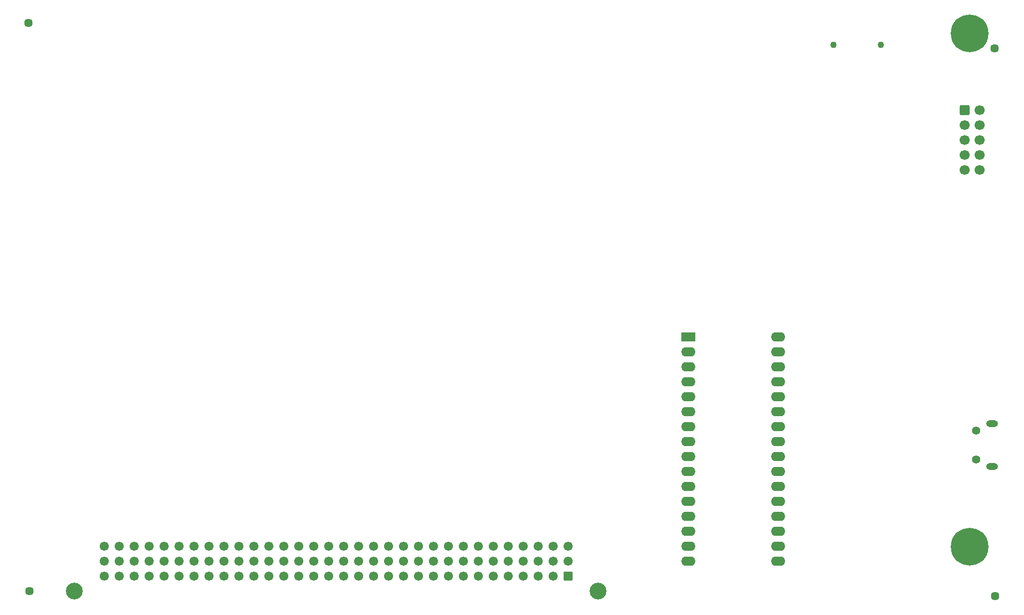
<source format=gbs>
G04 #@! TF.GenerationSoftware,KiCad,Pcbnew,(6.0.2-0)*
G04 #@! TF.CreationDate,2022-04-19T10:06:05-04:00*
G04 #@! TF.ProjectId,NuBus-ESP32,4e754275-732d-4455-9350-33322e6b6963,rev?*
G04 #@! TF.SameCoordinates,Original*
G04 #@! TF.FileFunction,Soldermask,Bot*
G04 #@! TF.FilePolarity,Negative*
%FSLAX46Y46*%
G04 Gerber Fmt 4.6, Leading zero omitted, Abs format (unit mm)*
G04 Created by KiCad (PCBNEW (6.0.2-0)) date 2022-04-19 10:06:05*
%MOMM*%
%LPD*%
G01*
G04 APERTURE LIST*
G04 Aperture macros list*
%AMRoundRect*
0 Rectangle with rounded corners*
0 $1 Rounding radius*
0 $2 $3 $4 $5 $6 $7 $8 $9 X,Y pos of 4 corners*
0 Add a 4 corners polygon primitive as box body*
4,1,4,$2,$3,$4,$5,$6,$7,$8,$9,$2,$3,0*
0 Add four circle primitives for the rounded corners*
1,1,$1+$1,$2,$3*
1,1,$1+$1,$4,$5*
1,1,$1+$1,$6,$7*
1,1,$1+$1,$8,$9*
0 Add four rect primitives between the rounded corners*
20,1,$1+$1,$2,$3,$4,$5,0*
20,1,$1+$1,$4,$5,$6,$7,0*
20,1,$1+$1,$6,$7,$8,$9,0*
20,1,$1+$1,$8,$9,$2,$3,0*%
G04 Aperture macros list end*
%ADD10RoundRect,0.250000X-0.600000X-0.600000X0.600000X-0.600000X0.600000X0.600000X-0.600000X0.600000X0*%
%ADD11C,1.700000*%
%ADD12C,2.850000*%
%ADD13RoundRect,0.249999X0.525001X0.525001X-0.525001X0.525001X-0.525001X-0.525001X0.525001X-0.525001X0*%
%ADD14C,1.550000*%
%ADD15R,2.400000X1.600000*%
%ADD16O,2.400000X1.600000*%
%ADD17C,0.800000*%
%ADD18C,6.400000*%
%ADD19C,1.400000*%
%ADD20O,2.000000X1.170000*%
%ADD21C,1.448000*%
%ADD22C,1.100000*%
G04 APERTURE END LIST*
D10*
X229870000Y-52959000D03*
D11*
X232410000Y-52959000D03*
X229870000Y-55499000D03*
X232410000Y-55499000D03*
X229870000Y-58039000D03*
X232410000Y-58039000D03*
X229870000Y-60579000D03*
X232410000Y-60579000D03*
X229870000Y-63119000D03*
X232410000Y-63119000D03*
D12*
X78740000Y-134620000D03*
X167640000Y-134620000D03*
D13*
X162560000Y-132080000D03*
D14*
X160020000Y-132080000D03*
X157480000Y-132080000D03*
X154940000Y-132080000D03*
X152400000Y-132080000D03*
X149860000Y-132080000D03*
X147320000Y-132080000D03*
X144780000Y-132080000D03*
X142240000Y-132080000D03*
X139700000Y-132080000D03*
X137160000Y-132080000D03*
X134620000Y-132080000D03*
X132080000Y-132080000D03*
X129540000Y-132080000D03*
X127000000Y-132080000D03*
X124460000Y-132080000D03*
X121920000Y-132080000D03*
X119380000Y-132080000D03*
X116840000Y-132080000D03*
X114300000Y-132080000D03*
X111760000Y-132080000D03*
X109220000Y-132080000D03*
X106680000Y-132080000D03*
X104140000Y-132080000D03*
X101600000Y-132080000D03*
X99060000Y-132080000D03*
X96520000Y-132080000D03*
X93980000Y-132080000D03*
X91440000Y-132080000D03*
X88900000Y-132080000D03*
X86360000Y-132080000D03*
X83820000Y-132080000D03*
X162560000Y-129540000D03*
X160020000Y-129540000D03*
X157480000Y-129540000D03*
X154940000Y-129540000D03*
X152400000Y-129540000D03*
X149860000Y-129540000D03*
X147320000Y-129540000D03*
X144780000Y-129540000D03*
X142240000Y-129540000D03*
X139700000Y-129540000D03*
X137160000Y-129540000D03*
X134620000Y-129540000D03*
X132080000Y-129540000D03*
X129540000Y-129540000D03*
X127000000Y-129540000D03*
X124460000Y-129540000D03*
X121920000Y-129540000D03*
X119380000Y-129540000D03*
X116840000Y-129540000D03*
X114300000Y-129540000D03*
X111760000Y-129540000D03*
X109220000Y-129540000D03*
X106680000Y-129540000D03*
X104140000Y-129540000D03*
X101600000Y-129540000D03*
X99060000Y-129540000D03*
X96520000Y-129540000D03*
X93980000Y-129540000D03*
X91440000Y-129540000D03*
X88900000Y-129540000D03*
X86360000Y-129540000D03*
X83820000Y-129540000D03*
X162560000Y-127000000D03*
X160020000Y-127000000D03*
X157480000Y-127000000D03*
X154940000Y-127000000D03*
X152400000Y-127000000D03*
X149860000Y-127000000D03*
X147320000Y-127000000D03*
X144780000Y-127000000D03*
X142240000Y-127000000D03*
X139700000Y-127000000D03*
X137160000Y-127000000D03*
X134620000Y-127000000D03*
X132080000Y-127000000D03*
X129540000Y-127000000D03*
X127000000Y-127000000D03*
X124460000Y-127000000D03*
X121920000Y-127000000D03*
X119380000Y-127000000D03*
X116840000Y-127000000D03*
X114300000Y-127000000D03*
X111760000Y-127000000D03*
X109220000Y-127000000D03*
X106680000Y-127000000D03*
X104140000Y-127000000D03*
X101600000Y-127000000D03*
X99060000Y-127000000D03*
X96520000Y-127000000D03*
X93980000Y-127000000D03*
X91440000Y-127000000D03*
X88900000Y-127000000D03*
X86360000Y-127000000D03*
X83820000Y-127000000D03*
D15*
X183007000Y-91440000D03*
D16*
X183007000Y-93980000D03*
X183007000Y-96520000D03*
X183007000Y-99060000D03*
X183007000Y-101600000D03*
X183007000Y-104140000D03*
X183007000Y-106680000D03*
X183007000Y-109220000D03*
X183007000Y-111760000D03*
X183007000Y-114300000D03*
X183007000Y-116840000D03*
X183007000Y-119380000D03*
X183007000Y-121920000D03*
X183007000Y-124460000D03*
X183007000Y-127000000D03*
X183007000Y-129540000D03*
X198247000Y-129540000D03*
X198247000Y-127000000D03*
X198247000Y-124460000D03*
X198247000Y-121920000D03*
X198247000Y-119380000D03*
X198247000Y-116840000D03*
X198247000Y-114300000D03*
X198247000Y-111760000D03*
X198247000Y-109220000D03*
X198247000Y-106680000D03*
X198247000Y-104140000D03*
X198247000Y-101600000D03*
X198247000Y-99060000D03*
X198247000Y-96520000D03*
X198247000Y-93980000D03*
X198247000Y-91440000D03*
D17*
X230759000Y-124727000D03*
D18*
X230759000Y-127127000D03*
D17*
X230759000Y-129527000D03*
X232456056Y-125429944D03*
X229061944Y-128824056D03*
X228359000Y-127127000D03*
X229061944Y-125429944D03*
X232456056Y-128824056D03*
X233159000Y-127127000D03*
X232456056Y-41575056D03*
X232456056Y-38180944D03*
X230759000Y-42278000D03*
X229061944Y-41575056D03*
X233159000Y-39878000D03*
X229061944Y-38180944D03*
X228359000Y-39878000D03*
D18*
X230759000Y-39878000D03*
D17*
X230759000Y-37478000D03*
D19*
X231850000Y-112275000D03*
X231850000Y-107425000D03*
D20*
X234500000Y-113450000D03*
X234500000Y-106250000D03*
D21*
X70993000Y-38100000D03*
X234950000Y-42418000D03*
X235077000Y-135509000D03*
X71120000Y-134620000D03*
D22*
X207650000Y-41850000D03*
X215650000Y-41850000D03*
M02*

</source>
